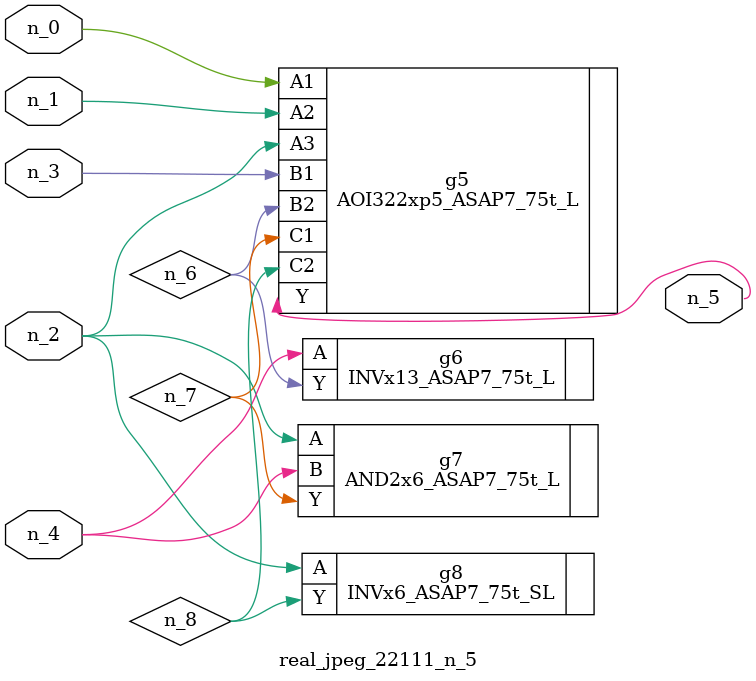
<source format=v>
module real_jpeg_22111_n_5 (n_4, n_0, n_1, n_2, n_3, n_5);

input n_4;
input n_0;
input n_1;
input n_2;
input n_3;

output n_5;

wire n_8;
wire n_6;
wire n_7;

AOI322xp5_ASAP7_75t_L g5 ( 
.A1(n_0),
.A2(n_1),
.A3(n_2),
.B1(n_3),
.B2(n_6),
.C1(n_7),
.C2(n_8),
.Y(n_5)
);

AND2x6_ASAP7_75t_L g7 ( 
.A(n_2),
.B(n_4),
.Y(n_7)
);

INVx6_ASAP7_75t_SL g8 ( 
.A(n_2),
.Y(n_8)
);

INVx13_ASAP7_75t_L g6 ( 
.A(n_4),
.Y(n_6)
);


endmodule
</source>
